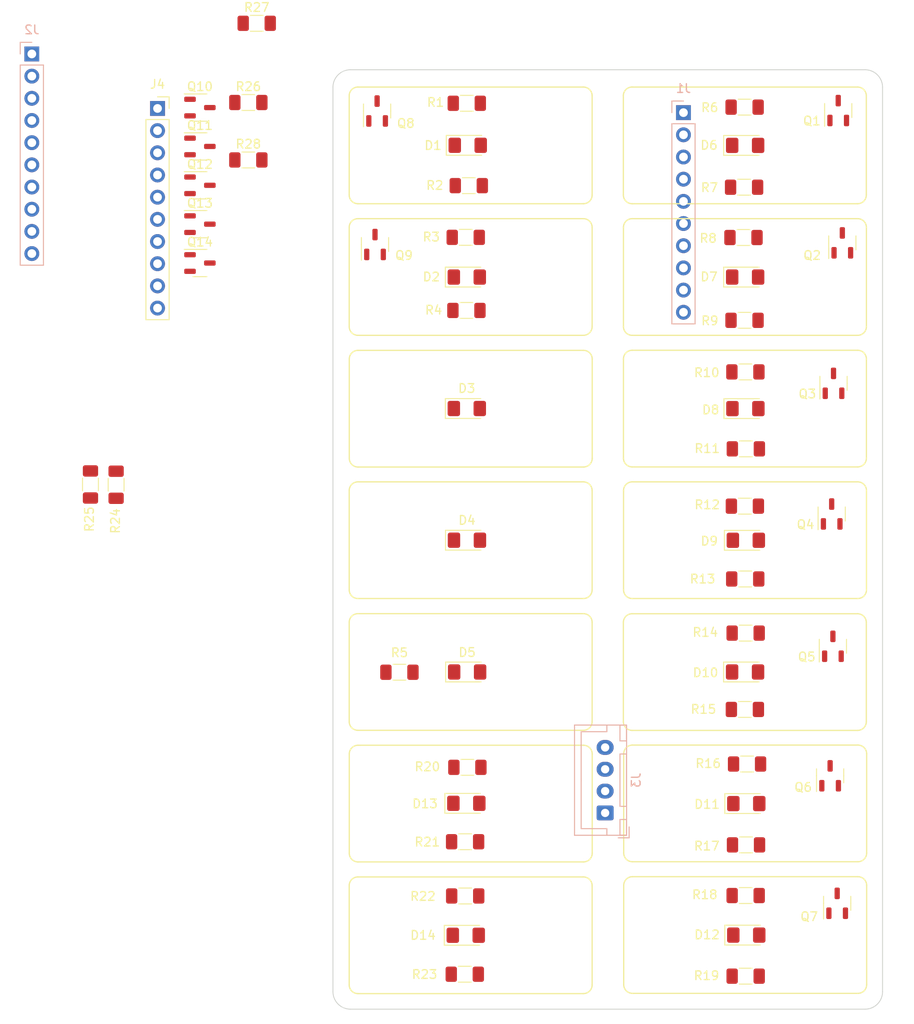
<source format=kicad_pcb>
(kicad_pcb (version 20221018) (generator pcbnew)
  (layers (0 "F.Cu" signal) (31 "B.Cu" signal) (34 "B.Paste" user) (35 "F.Paste" user) (36 "B.SilkS" user "B.Silkscreen") (37 "F.SilkS" user "F.Silkscreen") (38 "B.Mask" user) (39 "F.Mask" user) (44 "Edge.Cuts" user))
  (net 0 "")
  (net 1 "+5V")
  (net 2 "GND")
  (net 3 "Net-(Q10-B)")
  (net 4 "Net-(Q11-B)")
  (net 5 "Net-(Q12-B)")
  (net 6 "Net-(Q13-B)")
  (net 7 "SCK")
  (net 8 "Net-(D12-A)")
  (net 9 "No Att")
  (net 10 "Net-(D2-A)")
  (net 11 "STBY")
  (net 12 "Net-(D3-A)")
  (net 13 "Key Rel")
  (net 14 "Net-(D4-A)")
  (net 15 "Net-(D6-A)")
  (net 16 "Opr Err")
  (net 17 "Net-(D5-A)")
  (net 18 "Temp")
  (net 19 "Net-(Q1-B)")
  (net 20 "Net-(D7-A)")
  (net 21 "Gimbal Lock")
  (net 22 "Net-(Q2-B)")
  (net 23 "Net-(D8-A)")
  (net 24 "Prog")
  (net 25 "Net-(Q3-B)")
  (net 26 "Net-(D9-A)")
  (net 27 "Restart")
  (net 28 "Net-(Q4-B)")
  (net 29 "Net-(D10-A)")
  (net 30 "Tracker")
  (net 31 "Net-(Q5-B)")
  (net 32 "Net-(D11-A)")
  (net 33 "Alt")
  (net 34 "Net-(Q6-B)")
  (net 35 "Uplink")
  (net 36 "Net-(D1-A)")
  (net 37 "Vel")
  (net 38 "Net-(Q7-B)")
  (net 39 "SDA")
  (net 40 "Prio Disp")
  (net 41 "Net-(Q8-B)")
  (net 42 "Net-(Q14-B)")
  (net 43 "Net-(D1-K)")
  (net 44 "Net-(D2-K)")
  (net 45 "Net-(D3-K)")
  (net 46 "Net-(D4-K)")
  (net 47 "Net-(D5-K)")
  (net 48 "Net-(D6-K)")
  (net 49 "Net-(D7-K)")
  (net 50 "Net-(D8-K)")
  (net 51 "Net-(D9-K)")
  (net 52 "Net-(D11-K)")
  (net 53 "Net-(D12-K)")
  (net 54 "Net-(D10-K)")
  (net 61 "Net-(D13-A)")
  (net 62 "Net-(D14-A)")
  (net 63 "No Dap")
  (net 64 "Net-(Q9-B)")
  (net 65 "Net-(D13-K)")
  (net 66 "Net-(D14-K)")
  (footprint "AA_Footprints:SOT-23-3-BC" (layer "F.Cu") (at 113.12 41.44)
    (fp_text reference "Q11" (at 0 -2.4) (layer "F.SilkS"))
    (fp_text value "BC547")
    (pad "1" smd roundrect (at 1.1375 0) (size 1.325 0.6) (layers "F.Cu" "F.Paste" "F.Mask") (net 46 "Net-(D4-K)"))
    (pad "2" smd roundrect (at -1.1375 -0.95) (size 1.325 0.6) (layers "F.Cu" "F.Paste" "F.Mask") (net 4 "Net-(Q11-B)"))
    (pad "3" smd roundrect (at -1.1375 0.95) (size 1.325 0.6) (layers "F.Cu" "F.Paste" "F.Mask") (net 2 "GND"))
  )
  (footprint "LED_SMD:LED_1206_3216Metric_Pad1.42x1.75mm_HandSolder" (layer "F.Cu") (at 175.7 86.54)
    (fp_text reference "D9" (at -4.19 0.09) (layer "F.SilkS"))
    (fp_text value "Orange LED")
    (pad "1" smd roundrect (at -1.4875 0) (size 1.425 1.75) (layers "F.Cu" "F.Paste" "F.Mask") (roundrect_rratio 0.175439) (net 51 "Net-(D9-K)"))
    (pad "2" smd roundrect (at 1.4875 0) (size 1.425 1.75) (layers "F.Cu" "F.Paste" "F.Mask") (roundrect_rratio 0.175439) (net 26 "Net-(D9-A)"))
  )
  (footprint "AA_Footprints:SOT-23-3-BC" (layer "F.Cu") (at 133.43 37.3825 90)
    (fp_text reference "Q8" (at -1.4175 3.29 180) (layer "F.SilkS"))
    (fp_text value "BC547")
    (pad "1" smd roundrect (at 1.1375 0 90) (size 1.325 0.6) (layers "F.Cu" "F.Paste" "F.Mask") (net 43 "Net-(D1-K)"))
    (pad "2" smd roundrect (at -1.1375 -0.95 90) (size 1.325 0.6) (layers "F.Cu" "F.Paste" "F.Mask") (net 41 "Net-(Q8-B)"))
    (pad "3" smd roundrect (at -1.1375 0.95 90) (size 1.325 0.6) (layers "F.Cu" "F.Paste" "F.Mask") (net 2 "GND"))
  )
  (footprint "AA_Footprints:SOT-23-3-BC" (layer "F.Cu") (at 185.68 98.6775 90)
    (fp_text reference "Q5" (at -1.2125 -3 180) (layer "F.SilkS"))
    (fp_text value "BC547")
    (pad "1" smd roundrect (at 1.1375 0 90) (size 1.325 0.6) (layers "F.Cu" "F.Paste" "F.Mask") (net 54 "Net-(D10-K)"))
    (pad "2" smd roundrect (at -1.1375 -0.95 90) (size 1.325 0.6) (layers "F.Cu" "F.Paste" "F.Mask") (net 31 "Net-(Q5-B)"))
    (pad "3" smd roundrect (at -1.1375 0.95 90) (size 1.325 0.6) (layers "F.Cu" "F.Paste" "F.Mask") (net 2 "GND"))
  )
  (footprint "AA_Footprints:SOT-23-3-BC" (layer "F.Cu") (at 185.36 113.5075 90)
    (fp_text reference "Q6" (at -1.3125 -3.09 180) (layer "F.SilkS"))
    (fp_text value "BC547")
    (pad "1" smd roundrect (at 1.1375 0 90) (size 1.325 0.6) (layers "F.Cu" "F.Paste" "F.Mask") (net 52 "Net-(D11-K)"))
    (pad "2" smd roundrect (at -1.1375 -0.95 90) (size 1.325 0.6) (layers "F.Cu" "F.Paste" "F.Mask") (net 34 "Net-(Q6-B)"))
    (pad "3" smd roundrect (at -1.1375 0.95 90) (size 1.325 0.6) (layers "F.Cu" "F.Paste" "F.Mask") (net 2 "GND"))
  )
  (footprint "Resistor_SMD:R_1206_3216Metric_Pad1.30x1.75mm_HandSolder" (layer "F.Cu") (at 143.52 121.06)
    (fp_text reference "R21" (at -4.34 0.03) (layer "F.SilkS"))
    (fp_text value "220")
    (pad "1" smd roundrect (at -1.55 0) (size 1.3 1.75) (layers "F.Cu" "F.Paste" "F.Mask") (roundrect_rratio 0.192308) (net 1 "+5V"))
    (pad "2" smd roundrect (at 1.55 0) (size 1.3 1.75) (layers "F.Cu" "F.Paste" "F.Mask") (roundrect_rratio 0.192308) (net 14 "Net-(D4-A)"))
  )
  (footprint "AA_Footprints:SOT-23-3-BC" (layer "F.Cu") (at 186.76 52.4825 90)
    (fp_text reference "Q2" (at -1.4375 -3.46 180) (layer "F.SilkS"))
    (fp_text value "BC547")
    (pad "1" smd roundrect (at 1.1375 0 90) (size 1.325 0.6) (layers "F.Cu" "F.Paste" "F.Mask") (net 49 "Net-(D7-K)"))
    (pad "2" smd roundrect (at -1.1375 -0.95 90) (size 1.325 0.6) (layers "F.Cu" "F.Paste" "F.Mask") (net 22 "Net-(Q2-B)"))
    (pad "3" smd roundrect (at -1.1375 0.95 90) (size 1.325 0.6) (layers "F.Cu" "F.Paste" "F.Mask") (net 2 "GND"))
  )
  (footprint "LED_SMD:LED_1206_3216Metric_Pad1.42x1.75mm_HandSolder" (layer "F.Cu") (at 175.6125 101.62)
    (fp_text reference "D10" (at -4.5325 0.08) (layer "F.SilkS"))
    (fp_text value "Orange LED")
    (pad "1" smd roundrect (at -1.4875 0) (size 1.425 1.75) (layers "F.Cu" "F.Paste" "F.Mask") (roundrect_rratio 0.175439) (net 54 "Net-(D10-K)"))
    (pad "2" smd roundrect (at 1.4875 0) (size 1.425 1.75) (layers "F.Cu" "F.Paste" "F.Mask") (roundrect_rratio 0.175439) (net 29 "Net-(D10-A)"))
  )
  (footprint "Resistor_SMD:R_1206_3216Metric_Pad1.30x1.75mm_HandSolder" (layer "F.Cu") (at 143.78 112.54)
    (fp_text reference "R20" (at -4.59 -0.07) (layer "F.SilkS"))
    (fp_text value "10K")
    (pad "1" smd roundrect (at -1.55 0) (size 1.3 1.75) (layers "F.Cu" "F.Paste" "F.Mask") (roundrect_rratio 0.192308) (net 11 "STBY"))
    (pad "2" smd roundrect (at 1.55 0) (size 1.3 1.75) (layers "F.Cu" "F.Paste" "F.Mask") (roundrect_rratio 0.192308) (net 3 "Net-(Q10-B)"))
  )
  (footprint "Resistor_SMD:R_1206_3216Metric_Pad1.30x1.75mm_HandSolder" (layer "F.Cu") (at 175.68 97.17)
    (fp_text reference "R14" (at -4.63 -0.09) (layer "F.SilkS"))
    (fp_text value "68")
    (pad "1" smd roundrect (at -1.55 0) (size 1.3 1.75) (layers "F.Cu" "F.Paste" "F.Mask") (roundrect_rratio 0.192308) (net 1 "+5V"))
    (pad "2" smd roundrect (at 1.55 0) (size 1.3 1.75) (layers "F.Cu" "F.Paste" "F.Mask") (roundrect_rratio 0.192308) (net 29 "Net-(D10-A)"))
  )
  (footprint "Resistor_SMD:R_1206_3216Metric_Pad1.30x1.75mm_HandSolder" (layer "F.Cu") (at 175.59 105.91)
    (fp_text reference "R15" (at -4.75 -0.02) (layer "F.SilkS"))
    (fp_text value "10K")
    (pad "1" smd roundrect (at -1.55 0) (size 1.3 1.75) (layers "F.Cu" "F.Paste" "F.Mask") (roundrect_rratio 0.192308) (net 30 "Tracker"))
    (pad "2" smd roundrect (at 1.55 0) (size 1.3 1.75) (layers "F.Cu" "F.Paste" "F.Mask") (roundrect_rratio 0.192308) (net 31 "Net-(Q5-B)"))
  )
  (footprint "LED_SMD:LED_1206_3216Metric_Pad1.42x1.75mm_HandSolder" (layer "F.Cu") (at 143.5925 131.77)
    (fp_text reference "D14" (at -4.9 0) (layer "F.SilkS"))
    (fp_text value "Orange LED")
    (pad "1" smd roundrect (at -1.4875 0) (size 1.425 1.75) (layers "F.Cu" "F.Paste" "F.Mask") (roundrect_rratio 0.175439) (net 66 "Net-(D14-K)"))
    (pad "2" smd roundrect (at 1.4875 0) (size 1.425 1.75) (layers "F.Cu" "F.Paste" "F.Mask") (roundrect_rratio 0.175439) (net 62 "Net-(D14-A)"))
  )
  (footprint "Resistor_SMD:R_1206_3216Metric_Pad1.30x1.75mm_HandSolder" (layer "F.Cu") (at 143.94 45.93 180)
    (fp_text reference "R2" (at 3.9 0.03) (layer "F.SilkS"))
    (fp_text value "10K")
    (pad "1" smd roundrect (at -1.55 0 180) (size 1.3 1.75) (layers "F.Cu" "F.Paste" "F.Mask") (roundrect_rratio 0.192308) (net 35 "Uplink"))
    (pad "2" smd roundrect (at 1.55 0 180) (size 1.3 1.75) (layers "F.Cu" "F.Paste" "F.Mask") (roundrect_rratio 0.192308) (net 41 "Net-(Q8-B)"))
  )
  (footprint "LED_SMD:LED_1206_3216Metric_Pad1.42x1.75mm_HandSolder" (layer "F.Cu") (at 143.7125 56.4)
    (fp_text reference "D2" (at -4.0625 -0.02) (layer "F.SilkS"))
    (fp_text value "White LED")
    (pad "1" smd roundrect (at -1.4875 0) (size 1.425 1.75) (layers "F.Cu" "F.Paste" "F.Mask") (roundrect_rratio 0.175439) (net 44 "Net-(D2-K)"))
    (pad "2" smd roundrect (at 1.4875 0) (size 1.425 1.75) (layers "F.Cu" "F.Paste" "F.Mask") (roundrect_rratio 0.175439) (net 10 "Net-(D2-A)"))
  )
  (footprint "LED_SMD:LED_1206_3216Metric_Pad1.42x1.75mm_HandSolder" (layer "F.Cu") (at 143.82 41.31)
    (fp_text reference "D1" (at -3.98 0.02) (layer "F.SilkS"))
    (fp_text value "White LED")
    (pad "1" smd roundrect (at -1.4875 0) (size 1.425 1.75) (layers "F.Cu" "F.Paste" "F.Mask") (roundrect_rratio 0.175439) (net 43 "Net-(D1-K)"))
    (pad "2" smd roundrect (at 1.4875 0) (size 1.425 1.75) (layers "F.Cu" "F.Paste" "F.Mask") (roundrect_rratio 0.175439) (net 36 "Net-(D1-A)"))
  )
  (footprint "LED_SMD:LED_1206_3216Metric_Pad1.42x1.75mm_HandSolder" (layer "F.Cu") (at 175.62 41.32)
    (fp_text reference "D6" (at -4.14 -0.02) (layer "F.SilkS"))
    (fp_text value "Orange LED")
    (pad "1" smd roundrect (at -1.4875 0) (size 1.425 1.75) (layers "F.Cu" "F.Paste" "F.Mask") (roundrect_rratio 0.175439) (net 48 "Net-(D6-K)"))
    (pad "2" smd roundrect (at 1.4875 0) (size 1.425 1.75) (layers "F.Cu" "F.Paste" "F.Mask") (roundrect_rratio 0.175439) (net 15 "Net-(D6-A)"))
  )
  (footprint "Resistor_SMD:R_1206_3216Metric_Pad1.30x1.75mm_HandSolder" (layer "F.Cu") (at 175.56 36.94)
    (fp_text reference "R6" (at -4 0.05) (layer "F.SilkS"))
    (fp_text value "68")
    (pad "1" smd roundrect (at -1.55 0) (size 1.3 1.75) (layers "F.Cu" "F.Paste" "F.Mask") (roundrect_rratio 0.192308) (net 1 "+5V"))
    (pad "2" smd roundrect (at 1.55 0) (size 1.3 1.75) (layers "F.Cu" "F.Paste" "F.Mask") (roundrect_rratio 0.192308) (net 15 "Net-(D6-A)"))
  )
  (footprint "Resistor_SMD:R_1206_3216Metric_Pad1.30x1.75mm_HandSolder" (layer "F.Cu") (at 135.99 101.65)
    (fp_text reference "R5" (at 0 -2.24) (layer "F.SilkS"))
    (fp_text value "220")
    (pad "1" smd roundrect (at -1.55 0) (size 1.3 1.75) (layers "F.Cu" "F.Paste" "F.Mask") (roundrect_rratio 0.192308) (net 1 "+5V"))
    (pad "2" smd roundrect (at 1.55 0) (size 1.3 1.75) (layers "F.Cu" "F.Paste" "F.Mask") (roundrect_rratio 0.192308) (net 12 "Net-(D3-A)"))
  )
  (footprint "Resistor_SMD:R_1206_3216Metric_Pad1.30x1.75mm_HandSolder" (layer "F.Cu") (at 175.84 112.16)
    (fp_text reference "R16" (at -4.46 -0.06) (layer "F.SilkS"))
    (fp_text value "68")
    (pad "1" smd roundrect (at -1.55 0) (size 1.3 1.75) (layers "F.Cu" "F.Paste" "F.Mask") (roundrect_rratio 0.192308) (net 1 "+5V"))
    (pad "2" smd roundrect (at 1.55 0) (size 1.3 1.75) (layers "F.Cu" "F.Paste" "F.Mask") (roundrect_rratio 0.192308) (net 32 "Net-(D11-A)"))
  )
  (footprint "AA_Footprints:SOT-23-3-BC" (layer "F.Cu") (at 133.19 52.67 90)
    (fp_text reference "Q9" (at -1.25 3.32 180) (layer "F.SilkS"))
    (fp_text value "BC547")
    (pad "1" smd roundrect (at 1.1375 0 90) (size 1.325 0.6) (layers "F.Cu" "F.Paste" "F.Mask") (net 44 "Net-(D2-K)"))
    (pad "2" smd roundrect (at -1.1375 -0.95 90) (size 1.325 0.6) (layers "F.Cu" "F.Paste" "F.Mask") (net 64 "Net-(Q9-B)"))
    (pad "3" smd roundrect (at -1.1375 0.95 90) (size 1.325 0.6) (layers "F.Cu" "F.Paste" "F.Mask") (net 2 "GND"))
  )
  (footprint "Resistor_SMD:R_1206_3216Metric_Pad1.30x1.75mm_HandSolder" (layer "F.Cu") (at 175.55 61.35)
    (fp_text reference "R9" (at -3.98 0.05) (layer "F.SilkS"))
    (fp_text value "10K")
    (pad "1" smd roundrect (at -1.55 0) (size 1.3 1.75) (layers "F.Cu" "F.Paste" "F.Mask") (roundrect_rratio 0.192308) (net 21 "Gimbal Lock"))
    (pad "2" smd roundrect (at 1.55 0) (size 1.3 1.75) (layers "F.Cu" "F.Paste" "F.Mask") (roundrect_rratio 0.192308) (net 22 "Net-(Q2-B)"))
  )
  (footprint "LED_SMD:LED_1206_3216Metric_Pad1.42x1.75mm_HandSolder" (layer "F.Cu") (at 175.7525 116.69)
    (fp_text reference "D11" (at -4.5025 0.08) (layer "F.SilkS"))
    (fp_text value "Orange LED")
    (pad "1" smd roundrect (at -1.4875 0) (size 1.425 1.75) (layers "F.Cu" "F.Paste" "F.Mask") (roundrect_rratio 0.175439) (net 52 "Net-(D11-K)"))
    (pad "2" smd roundrect (at 1.4875 0) (size 1.425 1.75) (layers "F.Cu" "F.Paste" "F.Mask") (roundrect_rratio 0.175439) (net 32 "Net-(D11-A)"))
  )
  (footprint "Connector_PinSocket_2.54mm:PinSocket_1x10_P2.54mm_Vertical" (layer "F.Cu") (at 108.26 37.09)
    (fp_text reference "J4" (at 0 -2.77) (layer "F.SilkS"))
    (fp_text value "PinsBottom")
    (pad "1" thru_hole rect (at 0 0) (size 1.7 1.7) (drill 1) (layers "*.Cu" "*.Mask"))
    (pad "2" thru_hole oval (at 0 2.54) (size 1.7 1.7) (drill 1) (layers "*.Cu" "*.Mask") (net 7 "SCK"))
    (pad "3" thru_hole oval (at 0 5.08) (size 1.7 1.7) (drill 1) (layers "*.Cu" "*.Mask") (net 39 "SDA"))
    (pad "4" thru_hole oval (at 0 7.62) (size 1.7 1.7) (drill 1) (layers "*.Cu" "*.Mask") (net 1 "+5V"))
    (pad "5" thru_hole oval (at 0 10.16) (size 1.7 1.7) (drill 1) (layers "*.Cu" "*.Mask") (net 2 "GND"))
    (pad "6" thru_hole oval (at 0 12.7) (size 1.7 1.7) (drill 1) (layers "*.Cu" "*.Mask"))
    (pad "7" thru_hole oval (at 0 15.24) (size 1.7 1.7) (drill 1) (layers "*.Cu" "*.Mask"))
    (pad "8" thru_hole oval (at 0 17.78) (size 1.7 1.7) (drill 1) (layers "*.Cu" "*.Mask"))
    (pad "9" thru_hole oval (at 0 20.32) (size 1.7 1.7) (drill 1) (layers "*.Cu" "*.Mask"))
    (pad "10" thru_hole oval (at 0 22.86) (size 1.7 1.7) (drill 1) (layers "*.Cu" "*.Mask"))
  )
  (footprint "AA_Footprints:SOT-23-3-BC" (layer "F.Cu") (at 113.12 54.79)
    (fp_text reference "Q14" (at 0 -2.4) (layer "F.SilkS"))
    (fp_text value "BC547")
    (pad "1" smd roundrect (at 1.1375 0) (size 1.325 0.6) (layers "F.Cu" "F.Paste" "F.Mask") (net 66 "Net-(D14-K)"))
    (pad "2" smd roundrect (at -1.1375 -0.95) (size 1.325 0.6) (layers "F.Cu" "F.Paste" "F.Mask") (net 42 "Net-(Q14-B)"))
    (pad "3" smd roundrect (at -1.1375 0.95) (size 1.325 0.6) (layers "F.Cu" "F.Paste" "F.Mask") (net 2 "GND"))
  )
  (footprint "Resistor_SMD:R_1206_3216Metric_Pad1.30x1.75mm_HandSolder" (layer "F.Cu") (at 175.65 67.26)
    (fp_text reference "R10" (at -4.43 0.08) (layer "F.SilkS"))
    (fp_text value "68")
    (pad "1" smd roundrect (at -1.55 0) (size 1.3 1.75) (layers "F.Cu" "F.Paste" "F.Mask") (roundrect_rratio 0.192308) (net 1 "+5V"))
    (pad "2" smd roundrect (at 1.55 0) (size 1.3 1.75) (layers "F.Cu" "F.Paste" "F.Mask") (roundrect_rratio 0.192308) (net 23 "Net-(D8-A)"))
  )
  (footprint "Resistor_SMD:R_1206_3216Metric_Pad1.30x1.75mm_HandSolder" (layer "F.Cu") (at 175.5 46.11)
    (fp_text reference "R7" (at -3.97 0.04) (layer "F.SilkS"))
    (fp_text value "10K")
    (pad "1" smd roundrect (at -1.55 0) (size 1.3 1.75) (layers "F.Cu" "F.Paste" "F.Mask") (roundrect_rratio 0.192308) (net 18 "Temp"))
    (pad "2" smd roundrect (at 1.55 0) (size 1.3 1.75) (layers "F.Cu" "F.Paste" "F.Mask") (roundrect_rratio 0.192308) (net 19 "Net-(Q1-B)"))
  )
  (footprint "Resistor_SMD:R_1206_3216Metric_Pad1.30x1.75mm_HandSolder" (layer "F.Cu") (at 103.51238 80.18 90)
    (fp_text reference "R24" (at -4.15 -0.08 90) (layer "F.SilkS"))
    (fp_text value "10K")
    (pad "1" smd roundrect (at -1.55 0 90) (size 1.3 1.75) (layers "F.Cu" "F.Paste" "F.Mask") (roundrect_rratio 0.192308) (net 16 "Opr Err"))
    (pad "2" smd roundrect (at 1.55 0 90) (size 1.3 1.75) (layers "F.Cu" "F.Paste" "F.Mask") (roundrect_rratio 0.192308) (net 5 "Net-(Q12-B)"))
  )
  (footprint "LED_SMD:LED_1206_3216Metric_Pad1.42x1.75mm_HandSolder" (layer "F.Cu") (at 143.66 116.66)
    (fp_text reference "D13" (at -4.74 0.05) (layer "F.SilkS"))
    (fp_text value "Orange LED")
    (pad "1" smd roundrect (at -1.4875 0) (size 1.425 1.75) (layers "F.Cu" "F.Paste" "F.Mask") (roundrect_rratio 0.175439) (net 65 "Net-(D13-K)"))
    (pad "2" smd roundrect (at 1.4875 0) (size 1.425 1.75) (layers "F.Cu" "F.Paste" "F.Mask") (roundrect_rratio 0.175439) (net 61 "Net-(D13-A)"))
  )
  (footprint "AA_Footprints:SOT-23-3-BC" (layer "F.Cu") (at 186.29 37.33 90)
    (fp_text reference "Q1" (at -1.1925 -3.02 180) (layer "F.SilkS"))
    (fp_text value "BC547")
    (pad "1" smd roundrect (at 1.1375 0 90) (size 1.325 0.6) (layers "F.Cu" "F.Paste" "F.Mask") (net 48 "Net-(D6-K)"))
    (pad "2" smd roundrect (at -1.1375 -0.95 90) (size 1.325 0.6) (layers "F.Cu" "F.Paste" "F.Mask") (net 19 "Net-(Q1-B)"))
    (pad "3" smd roundrect (at -1.1375 0.95 90) (size 1.325 0.6) (layers "F.Cu" "F.Paste" "F.Mask") (net 2 "GND"))
  )
  (footprint "Resistor_SMD:R_1206_3216Metric_Pad1.30x1.75mm_HandSolder" (layer "F.Cu") (at 175.59 82.63)
    (fp_text reference "R12" (at -4.32 -0.16) (layer "F.SilkS"))
    (fp_text value "68")
    (pad "1" smd roundrect (at -1.55 0) (size 1.3 1.75) (layers "F.Cu" "F.Paste" "F.Mask") (roundrect_rratio 0.192308) (net 1 "+5V"))
    (pad "2" smd roundrect (at 1.55 0) (size 1.3 1.75) (layers "F.Cu" "F.Paste" "F.Mask") (roundrect_rratio 0.192308) (net 26 "Net-(D9-A)"))
  )
  (footprint "Resistor_SMD:R_1206_3216Metric_Pad1.30x1.75mm_HandSolder" (layer "F.Cu") (at 143.59 51.85 180)
    (fp_text reference "R3" (at 3.95 0.04) (layer "F.SilkS"))
    (fp_text value "220")
    (pad "1" smd roundrect (at -1.55 0 180) (size 1.3 1.75) (layers "F.Cu" "F.Paste" "F.Mask") (roundrect_rratio 0.192308) (net 1 "+5V"))
    (pad "2" smd roundrect (at 1.55 0 180) (size 1.3 1.75) (layers "F.Cu" "F.Paste" "F.Mask") (roundrect_rratio 0.192308) (net 10 "Net-(D2-A)"))
  )
  (footprint "Resistor_SMD:R_1206_3216Metric_Pad1.30x1.75mm_HandSolder" (layer "F.Cu") (at 143.67 60.22 180)
    (fp_text reference "R4" (at 3.76 0.04) (layer "F.SilkS"))
    (fp_text value "10K")
    (pad "1" smd roundrect (at -1.55 0 180) (size 1.3 1.75) (layers "F.Cu" "F.Paste" "F.Mask") (roundrect_rratio 0.192308) (net 9 "No Att"))
    (pad "2" smd roundrect (at 1.55 0 180) (size 1.3 1.75) (layers "F.Cu" "F.Paste" "F.Mask") (roundrect_rratio 0.192308) (net 64 "Net-(Q9-B)"))
  )
  (footprint "AA_Footprints:SOT-23-3-BC" (layer "F.Cu") (at 185.75 68.5675 90)
    (fp_text reference "Q3" (at -1.2125 -3 180) (layer "F.SilkS"))
    (fp_text value "BC547")
    (pad "1" smd roundrect (at 1.1375 0 90) (size 1.325 0.6) (layers "F.Cu" "F.Paste" "F.Mask") (net 50 "Net-(D8-K)"))
    (pad "2" smd roundrect (at -1.1375 -0.95 90) (size 1.325 0.6) (layers "F.Cu" "F.Paste" "F.Mask") (net 25 "Net-(Q3-B)"))
    (pad "3" smd roundrect (at -1.1375 0.95 90) (size 1.325 0.6) (layers "F.Cu" "F.Paste" "F.Mask") (net 2 "GND"))
  )
  (footprint "AA_Footprints:SOT-23-3-BC" (layer "F.Cu") (at 113.12 45.89)
    (fp_text reference "Q12" (at 0 -2.4) (layer "F.SilkS"))
    (fp_text value "BC547")
    (pad "1" smd roundrect (at 1.1375 0) (size 1.325 0.6) (layers "F.Cu" "F.Paste" "F.Mask") (net 47 "Net-(D5-K)"))
    (pad "2" smd roundrect (at -1.1375 -0.95) (size 1.325 0.6) (layers "F.Cu" "F.Paste" "F.Mask") (net 5 "Net-(Q12-B)"))
    (pad "3" smd roundrect (at -1.1375 0.95) (size 1.325 0.6) (layers "F.Cu" "F.Paste" "F.Mask") (net 2 "GND"))
  )
  (footprint "Resistor_SMD:R_1206_3216Metric_Pad1.30x1.75mm_HandSolder" (layer "F.Cu") (at 175.7 76.07)
    (fp_text reference "R11" (at -4.43 -0.04) (layer "F.SilkS"))
    (fp_text value "10K")
    (pad "1" smd roundrect (at -1.55 0) (size 1.3 1.75) (layers "F.Cu" "F.Paste" "F.Mask") (roundrect_rratio 0.192308) (net 24 "Prog"))
    (pad "2" smd roundrect (at 1.55 0) (size 1.3 1.75) (layers "F.Cu" "F.Paste" "F.Mask") (roundrect_rratio 0.192308) (net 25 "Net-(Q3-B)"))
  )
  (footprint "Resistor_SMD:R_1206_3216Metric_Pad1.30x1.75mm_HandSolder" (layer "F.Cu") (at 175.68 127.22)
    (fp_text reference "R18" (at -4.69 -0.1) (layer "F.SilkS"))
    (fp_text value "68")
    (pad "1" smd roundrect (at -1.55 0) (size 1.3 1.75) (layers "F.Cu" "F.Paste" "F.Mask") (roundrect_rratio 0.192308) (net 1 "+5V"))
    (pad "2" smd roundrect (at 1.55 0) (size 1.3 1.75) (layers "F.Cu" "F.Paste" "F.Mask") (roundrect_rratio 0.192308) (net 8 "Net-(D12-A)"))
  )
  (footprint "LED_SMD:LED_1206_3216Metric_Pad1.42x1.75mm_HandSolder" (layer "F.Cu") (at 175.62 56.4)
    (fp_text reference "D7" (at -4.14 -0.03) (layer "F.SilkS"))
    (fp_text value "Orange LED")
    (pad "1" smd roundrect (at -1.4875 0) (size 1.425 1.75) (layers "F.Cu" "F.Paste" "F.Mask") (roundrect_rratio 0.175439) (net 49 "Net-(D7-K)"))
    (pad "2" smd roundrect (at 1.4875 0) (size 1.425 1.75) (layers "F.Cu" "F.Paste" "F.Mask") (roundrect_rratio 0.175439) (net 20 "Net-(D7-A)"))
  )
  (footprint "Resistor_SMD:R_1206_3216Metric_Pad1.30x1.75mm_HandSolder" (layer "F.Cu") (at 143.71 36.5 180)
    (fp_text reference "R1" (at 3.58 0.11) (layer "F.SilkS"))
    (fp_text value "220")
    (pad "1" smd roundrect (at -1.55 0 180) (size 1.3 1.75) (layers "F.Cu" "F.Paste" "F.Mask") (roundrect_rratio 0.192308) (net 1 "+5V"))
    (pad "2" smd roundrect (at 1.55 0 180) (size 1.3 1.75) (layers "F.Cu" "F.Paste" "F.Mask") (roundrect_rratio 0.192308) (net 36 "Net-(D1-A)"))
  )
  (footprint "LED_SMD:LED_1206_3216Metric_Pad1.42x1.75mm_HandSolder" (layer "F.Cu") (at 143.75 101.62)
    (fp_text reference "D5" (at 0 -2.24) (layer "F.SilkS"))
    (fp_text value "White LED")
    (pad "1" smd roundrect (at -1.4875 0) (size 1.425 1.75) (layers "F.Cu" "F.Paste" "F.Mask") (roundrect_rratio 0.175439) (net 47 "Net-(D5-K)"))
    (pad "2" smd roundrect (at 1.4875 0) (size 1.425 1.75) (layers "F.Cu" "F.Paste" "F.Mask") (roundrect_rratio 0.175439) (net 17 "Net-(D5-A)"))
  )
  (footprint "AA_Footprints:SOT-23-3-BC" (layer "F.Cu") (at 186.17 128.11 90)
    (fp_text reference "Q7" (at -1.5225 -3.21 180) (layer "F.SilkS"))
    (fp_text value "BC547")
    (pad "1" smd roundrect (at 1.1375 0 90) (size 1.325 0.6) (layers "F.Cu" "F.Paste" "F.Mask") (net 53 "Net-(D12-K)"))
    (pad "2" smd roundrect (at -1.1375 -0.95 90) (size 1.325 0.6) (layers "F.Cu" "F.Paste" "F.Mask") (net 38 "Net-(Q7-B)"))
    (pad "3" smd roundrect (at -1.1375 0.95 90) (size 1.325 0.6) (layers "F.Cu" "F.Paste" "F.Mask") (net 2 "GND"))
  )
  (footprint "Resistor_SMD:R_1206_3216Metric_Pad1.30x1.75mm_HandSolder" (layer "F.Cu") (at 143.48 136.23)
    (fp_text reference "R23" (at -4.61 0.02) (layer "F.SilkS"))
    (fp_text value "220")
    (pad "1" smd roundrect (at -1.55 0) (size 1.3 1.75) (layers "F.Cu" "F.Paste" "F.Mask") (roundrect_rratio 0.192308) (net 1 "+5V"))
    (pad "2" smd roundrect (at 1.55 0) (size 1.3 1.75) (layers "F.Cu" "F.Paste" "F.Mask") (roundrect_rratio 0.192308) (net 17 "Net-(D5-A)"))
  )
  (footprint "Resistor_SMD:R_1206_3216Metric_Pad1.30x1.75mm_HandSolder" (layer "F.Cu") (at 175.43 51.87)
    (fp_text reference "R8" (at -4.05 0.09) (layer "F.SilkS"))
    (fp_text value "68")
    (pad "1" smd roundrect (at -1.55 0) (size 1.3 1.75) (layers "F.Cu" "F.Paste" "F.Mask") (roundrect_rratio 0.192308) (net 1 "+5V"))
    (pad "2" smd roundrect (at 1.55 0) (size 1.3 1.75) (layers "F.Cu" "F.Paste" "F.Mask") (roundrect_rratio 0.192308) (net 20 "Net-(D7-A)"))
  )
  (footprint "Resistor_SMD:R_1206_3216Metric_Pad1.30x1.75mm_HandSolder" (layer "F.Cu") (at 175.68 136.45)
    (fp_text reference "R19" (at -4.49 -0.06) (layer "F.SilkS"))
    (fp_text value "10K")
    (pad "1" smd roundrect (at -1.55 0) (size 1.3 1.75) (layers "F.Cu" "F.Paste" "F.Mask") (roundrect_rratio 0.192308) (net 37 "Vel"))
    (pad "2" smd roundrect (at 1.55 0) (size 1.3 1.75) (layers "F.Cu" "F.Paste" "F.Mask") (roundrect_rratio 0.192308) (net 38 "Net-(Q7-B)"))
  )
  (footprint "LED_SMD:LED_1206_3216Metric_Pad1.42x1.75mm_HandSolder" (layer "F.Cu") (at 143.73 86.53)
    (fp_text reference "D4" (at 0 -2.28) (layer "F.SilkS"))
    (fp_text value "White LED")
    (pad "1" smd roundrect (at -1.4875 0) (size 1.425 1.75) (layers "F.Cu" "F.Paste" "F.Mask") (roundrect_rratio 0.175439) (net 46 "Net-(D4-K)"))
    (pad "2" smd roundrect (at 1.4875 0) (size 1.425 1.75) (layers "F.Cu" "F.Paste" "F.Mask") (roundrect_rratio 0.175439) (net 14 "Net-(D4-A)"))
  )
  (footprint "Resistor_SMD:R_1206_3216Metric_Pad1.30x1.75mm_HandSolder" (layer "F.Cu") (at 175.72 121.42)
    (fp_text reference "R17" (at -4.5 0.13) (layer "F.SilkS"))
    (fp_text value "10K")
    (pad "1" smd roundrect (at -1.55 0) (size 1.3 1.75) (layers "F.Cu" "F.Paste" "F.Mask") (roundrect_rratio 0.192308) (net 33 "Alt"))
    (pad "2" smd roundrect (at 1.55 0) (size 1.3 1.75) (layers "F.Cu" "F.Paste" "F.Mask") (roundrect_rratio 0.192308) (net 34 "Net-(Q6-B)"))
  )
  (footprint "Resistor_SMD:R_1206_3216Metric_Pad1.30x1.75mm_HandSolder" (layer "F.Cu") (at 118.67 42.99)
    (fp_text reference "R28" (at 0 -1.82) (layer "F.SilkS"))
    (fp_text value "10K")
    (pad "1" smd roundrect (at -1.55 0) (size 1.3 1.75) (layers "F.Cu" "F.Paste" "F.Mask") (roundrect_rratio 0.192308) (net 40 "Prio Disp"))
    (pad "2" smd roundrect (at 1.55 0) (size 1.3 1.75) (layers "F.Cu" "F.Paste" "F.Mask") (roundrect_rratio 0.192308) (net 42 "Net-(Q14-B)"))
  )
  (footprint "AA_Footprints:SOT-23-3-BC" (layer "F.Cu") (at 185.54 83.5275 90)
    (fp_text reference "Q4" (at -1.2125 -3 180) (layer "F.SilkS"))
    (fp_text value "BC547")
    (pad "1" smd roundrect (at 1.1375 0 90) (size 1.325 0.6) (layers "F.Cu" "F.Paste" "F.Mask") (net 51 "Net-(D9-K)"))
    (pad "2" smd roundrect (at -1.1375 -0.95 90) (size 1.325 0.6) (layers "F.Cu" "F.Paste" "F.Mask") (net 28 "Net-(Q4-B)"))
    (pad "3" smd roundrect (at -1.1375 0.95 90) (size 1.325 0.6) (layers "F.Cu" "F.Paste" "F.Mask") (net 2 "GND"))
  )
  (footprint "Resistor_SMD:R_1206_3216Metric_Pad1.30x1.75mm_HandSolder" (layer "F.Cu") (at 118.67 36.41)
    (fp_text reference "R26" (at 0 -1.82) (layer "F.SilkS"))
    (fp_text value "10K")
    (pad "1" smd roundrect (at -1.55 0) (size 1.3 1.75) (layers "F.Cu" "F.Paste" "F.Mask") (roundrect_rratio 0.192308) (net 63 "No Dap"))
    (pad "2" smd roundrect (at 1.55 0) (size 1.3 1.75) (layers "F.Cu" "F.Paste" "F.Mask") (roundrect_rratio 0.192308) (net 6 "Net-(Q13-B)"))
  )
  (footprint "Resistor_SMD:R_1206_3216Metric_Pad1.30x1.75mm_HandSolder" (layer "F.Cu") (at 119.63 27.34)
    (fp_text reference "R27" (at 0 -1.82) (layer "F.SilkS"))
    (fp_text value "68")
    (pad "1" smd roundrect (at -1.55 0) (size 1.3 1.75) (layers "F.Cu" "F.Paste" "F.Mask") (roundrect_rratio 0.192308) (net 1 "+5V"))
    (pad "2" smd roundrect (at 1.55 0) (size 1.3 1.75) (layers "F.Cu" "F.Paste" "F.Mask") (roundrect_rratio 0.192308) (net 62 "Net-(D14-A)"))
  )
  (footprint "LED_SMD:LED_1206_3216Metric_Pad1.42x1.75mm_HandSolder" (layer "F.Cu") (at 175.65 71.46)
    (fp_text reference "D8" (at -3.98 0.14) (layer "F.SilkS"))
    (fp_text value "Orange LED")
    (pad "1" smd roundrect (at -1.4875 0) (size 1.425 1.75) (layers "F.Cu" "F.Paste" "F.Mask") (roundrect_rratio 0.175439) (net 50 "Net-(D8-K)"))
    (pad "2" smd roundrect (at 1.4875 0) (size 1.425 1.75) (layers "F.Cu" "F.Paste" "F.Mask") (roundrect_rratio 0.175439) (net 23 "Net-(D8-A)"))
  )
  (footprint "Resistor_SMD:R_1206_3216Metric_Pad1.30x1.75mm_HandSolder" (layer "F.Cu") (at 100.57238 80.15 90)
    (fp_text reference "R25" (at -3.98 -0.13 90) (layer "F.SilkS"))
    (fp_text value "68")
    (pad "1" smd roundrect (at -1.55 0 90) (size 1.3 1.75) (layers "F.Cu" "F.Paste" "F.Mask") (roundrect_rratio 0.192308) (net 1 "+5V"))
    (pad "2" smd roundrect (at 1.55 0 90) (size 1.3 1.75) (layers "F.Cu" "F.Paste" "F.Mask") (roundrect_rratio 0.192308) (net 61 "Net-(D13-A)"))
  )
  (footprint "AA_Footprints:SOT-23-3-BC" (layer "F.Cu") (at 113.12 36.99)
    (fp_text reference "Q10" (at 0 -2.4) (layer "F.SilkS"))
    (fp_text value "BC547")
    (pad "1" smd roundrect (at 1.1375 0) (size 1.325 0.6) (layers "F.Cu" "F.Paste" "F.Mask") (net 45 "Net-(D3-K)"))
    (pad "2" smd roundrect (at -1.1375 -0.95) (size 1.325 0.6) (layers "F.Cu" "F.Paste" "F.Mask") (net 3 "Net-(Q10-B)"))
    (pad "3" smd roundrect (at -1.1375 0.95) (size 1.325 0.6) (layers "F.Cu" "F.Paste" "F.Mask") (net 2 "GND"))
  )
  (footprint "Resistor_SMD:R_1206_3216Metric_Pad1.30x1.75mm_HandSolder" (layer "F.Cu") (at 143.53 127.27)
    (fp_text reference "R22" (at -4.85 0.04) (layer "F.SilkS"))
    (fp_text value "10K")
    (pad "1" smd roundrect (at -1.55 0) (size 1.3 1.75) (layers "F.Cu" "F.Paste" "F.Mask") (roundrect_rratio 0.192308) (net 13 "Key Rel"))
    (pad "2" smd roundrect (at 1.55 0) (size 1.3 1.75) (layers "F.Cu" "F.Paste" "F.Mask") (roundrect_rratio 0.192308) (net 4 "Net-(Q11-B)"))
  )
  (footprint "LED_SMD:LED_1206_3216Metric_Pad1.42x1.75mm_HandSolder" (layer "F.Cu") (at 175.75 131.75)
    (fp_text reference "D12" (at -4.5 -0.04) (layer "F.SilkS"))
    (fp_text value "Orange LED")
    (pad "1" smd roundrect (at -1.4875 0) (size 1.425 1.75) (layers "F.Cu" "F.Paste" "F.Mask") (roundrect_rratio 0.175439) (net 53 "Net-(D12-K)"))
    (pad "2" smd roundrect (at 1.4875 0) (size 1.425 1.75) (layers "F.Cu" "F.Paste" "F.Mask") (roundrect_rratio 0.175439) (net 8 "Net-(D12-A)"))
  )
  (footprint "LED_SMD:LED_1206_3216Metric_Pad1.42x1.75mm_HandSolder" (layer "F.Cu") (at 143.7125 71.45)
    (fp_text reference "D3" (at -0.01 -2.3) (layer "F.SilkS"))
    (fp_text value "White LED")
    (pad "1" smd roundrect (at -1.4875 0) (size 1.425 1.75) (layers "F.Cu" "F.Paste" "F.Mask") (roundrect_rratio 0.175439) (net 45 "Net-(D3-K)"))
    (pad "2" smd roundrect (at 1.4875 0) (size 1.425 1.75) (layers "F.Cu" "F.Paste" "F.Mask") (roundrect_rratio 0.175439) (net 12 "Net-(D3-A)"))
  )
  (footprint "AA_Footprints:SOT-23-3-BC" (layer "F.Cu") (at 113.12 50.34)
    (fp_text reference "Q13" (at 0 -2.4) (layer "F.SilkS"))
    (fp_text value "BC547")
    (pad "1" smd roundrect (at 1.1375 0) (size 1.325 0.6) (layers "F.Cu" "F.Paste" "F.Mask") (net 65 "Net-(D13-K)"))
    (pad "2" smd roundrect (at -1.1375 -0.95) (size 1.325 0.6) (layers "F.Cu" "F.Paste" "F.Mask") (net 6 "Net-(Q13-B)"))
    (pad "3" smd roundrect (at -1.1375 0.95) (size 1.325 0.6) (layers "F.Cu" "F.Paste" "F.Mask") (net 2 "GND"))
  )
  (footprint "Resistor_SMD:R_1206_3216Metric_Pad1.30x1.75mm_HandSolder" (layer "F.Cu") (at 175.63 90.97)
    (fp_text reference "R13" (at -4.89 0) (layer "F.SilkS"))
    (fp_text value "10K")
    (pad "1" smd roundrect (at -1.55 0) (size 1.3 1.75) (layers "F.Cu" "F.Paste" "F.Mask") (roundrect_rratio 0.192308) (net 27 "Restart"))
    (pad "2" smd roundrect (at 1.55 0) (size 1.3 1.75) (layers "F.Cu" "F.Paste" "F.Mask") (roundrect_rratio 0.192308) (net 28 "Net-(Q4-B)"))
  )
  (footprint "Connector_PinSocket_2.54mm:PinSocket_1x10_P2.54mm_Vertical" (layer "B.Cu") (at 93.85 30.85 180)
    (fp_text reference "J2" (at 0 2.77) (layer "B.SilkS") (effects (justify mirror)))
    (fp_text value "PinsRight")
    (pad "1" thru_hole rect (at 0 0 180) (size 1.7 1.7) (drill 1) (layers "*.Cu" "*.Mask") (net 18 "Temp"))
    (pad "2" thru_hole oval (at 0 -2.54 180) (size 1.7 1.7) (drill 1) (layers "*.Cu" "*.Mask") (net 21 "Gimbal Lock"))
    (pad "3" thru_hole oval (at 0 -5.08 180) (size 1.7 1.7) (drill 1) (layers "*.Cu" "*.Mask") (net 24 "Prog"))
    (pad "4" thru_hole oval (at 0 -7.62 180) (size 1.7 1.7) (drill 1) (layers "*.Cu" "*.Mask") (net 27 "Restart"))
    (pad "5" thru_hole oval (at 0 -10.16 180) (size 1.7 1.7) (drill 1) (layers "*.Cu" "*.Mask") (net 30 "Tracker"))
    (pad "6" thru_hole oval (at 0 -12.7 180) (size 1.7 1.7) (drill 1) (layers "*.Cu" "*.Mask") (net 33 "Alt"))
    (pad "7" thru_hole oval (at 0 -15.24 180) (size 1.7 1.7) (drill 1) (layers "*.Cu" "*.Mask") (net 37 "Vel"))
    (pad "8" thru_hole oval (at 0 -17.78 180) (size 1.7 1.7) (drill 1) (layers "*.Cu" "*.Mask"))
    (pad "9" thru_hole oval (at 0 -20.32 180) (size 1.7 1.7) (drill 1) (layers "*.Cu" "*.Mask"))
    (pad "10" thru_hole oval (at 0 -22.86 180) (size 1.7 1.7) (drill 1) (layers "*.Cu" "*.Mask"))
  )
  (footprint "Connector_JST:JST_XH_B4B-XH-A_1x04_P2.50mm_Vertical" (layer "B.Cu") (at 159.57 117.76 90)
    (fp_text reference "J3" (at 3.75 3.55 90) (layer "B.SilkS") (effects (justify mirror)))
    (fp_text value "JST")
    (pad "1" thru_hole roundrect (at 0 0 90) (size 1.7 1.95) (drill 0.95) (layers "*.Cu" "*.Mask") (roundrect_rratio 0.147059) (net 39 "SDA"))
    (pad "2" thru_hole oval (at 2.5 0 90) (size 1.7 1.95) (drill 0.95) (layers "*.Cu" "*.Mask") (net 7 "SCK"))
    (pad "3" thru_hole oval (at 5 0 90) (size 1.7 1.95) (drill 0.95) (layers "*.Cu" "*.Mask") (net 1 "+5V"))
    (pad "4" thru_hole oval (at 7.5 0 90) (size 1.7 1.95) (drill 0.95) (layers "*.Cu" "*.Mask") (net 2 "GND"))
  )
  (footprint "Connector_PinSocket_2.54mm:PinSocket_1x10_P2.54mm_Vertical" (layer "B.Cu") (at 168.55 37.57 180)
    (fp_text reference "J1" (at 0 2.77) (layer "B.SilkS") (effects (justify mirror)))
    (fp_text value "PinsLeft")
    (pad "1" thru_hole rect (at 0 0 180) (size 1.7 1.7) (drill 1) (layers "*.Cu" "*.Mask") (net 35 "Uplink"))
    (pad "2" thru_hole oval (at 0 -2.54 180) (size 1.7 1.7) (drill 1) (layers "*.Cu" "*.Mask") (net 9 "No Att"))
    (pad "3" thru_hole oval (at 0 -5.08 180) (size 1.7 1.7) (drill 1) (layers "*.Cu" "*.Mask") (net 11 "STBY"))
    (pad "4" thru_hole oval (at 0 -7.62 180) (size 1.7 1.7) (drill 1) (layers "*.Cu" "*.Mask") (net 13 "Key Rel"))
    (pad "5" thru_hole oval (at 0 -10.16 180) (size 1.7 1.7) (drill 1) (layers "*.Cu" "*.Mask") (net 16 "Opr Err"))
    (pad "6" thru_hole oval (at 0 -12.7 180) (size 1.7 1.7) (drill 1) (layers "*.Cu" "*.Mask") (net 63 "No Dap"))
    (pad "7" thru_hole oval (at 0 -15.24 180) (size 1.7 1.7) (drill 1) (layers "*.Cu" "*.Mask") (net 40 "Prio Disp"))
    (pad "8" thru_hole oval (at 0 -17.78 180) (size 1.7 1.7) (drill 1) (layers "*.Cu" "*.Mask"))
    (pad "9" thru_hole oval (at 0 -20.32 180) (size 1.7 1.7) (drill 1) (layers "*.Cu" "*.Mask"))
    (pad "10" thru_hole oval (at 0 -22.86 180) (size 1.7 1.7) (drill 1) (layers "*.Cu" "*.Mask") (net 2 "GND"))
  )
  (gr_line (start 189.55 110.99) (end 189.55 122.35) (stroke (width 0.15)) (layer "F.SilkS"))
  (gr_arc (start 162.68 93.21) (mid 161.972893 92.917107) (end 161.68 92.21) (stroke (width 0.15)) (layer "F.SilkS"))
  (gr_line (start 162.68 79.85) (end 188.53 79.85) (stroke (width 0.15)) (layer "F.SilkS"))
  (gr_line (start 158.08 95.94) (end 158.08 107.3) (stroke (width 0.15)) (layer "F.SilkS"))
  (gr_arc (start 161.67 50.71) (mid 161.962893 50.002893) (end 162.67 49.71) (stroke (width 0.15)) (layer "F.SilkS"))
  (gr_line (start 158.08 80.85) (end 158.08 92.21) (stroke (width 0.15)) (layer "F.SilkS"))
  (gr_arc (start 158.09 122.37) (mid 157.797107 123.077107) (end 157.09 123.37) (stroke (width 0.15)) (layer "F.SilkS"))
  (gr_arc (start 130.23 50.71) (mid 130.522893 50.002893) (end 131.23 49.71) (stroke (width 0.15)) (layer "F.SilkS"))
  (gr_arc (start 130.23 35.64) (mid 130.522893 34.932893) (end 131.23 34.64) (stroke (width 0.15)) (layer "F.SilkS"))
  (gr_arc (start 130.24 65.79) (mid 130.532893 65.082893) (end 131.24 64.79) (stroke (width 0.15)) (layer "F.SilkS"))
  (gr_line (start 189.55 126.06) (end 189.55 137.42) (stroke (width 0.15)) (layer "F.SilkS"))
  (gr_arc (start 189.55 122.35) (mid 189.257107 123.057107) (end 188.55 123.35) (stroke (width 0.15)) (layer "F.SilkS"))
  (gr_arc (start 162.66 108.31) (mid 161.952893 108.017107) (end 161.66 107.31) (stroke (width 0.15)) (layer "F.SilkS"))
  (gr_arc (start 157.08 125.09) (mid 157.787107 125.382893) (end 158.08 126.09) (stroke (width 0.15)) (layer "F.SilkS"))
  (gr_line (start 131.24 110.01) (end 157.09 110.01) (stroke (width 0.15)) (layer "F.SilkS"))
  (gr_arc (start 157.09 110.01) (mid 157.797107 110.302893) (end 158.09 111.01) (stroke (width 0.15)) (layer "F.SilkS"))
  (gr_line (start 188.52 78.14) (end 162.67 78.14) (stroke (width 0.15)) (layer "F.SilkS"))
  (gr_line (start 157.08 138.45) (end 131.23 138.45) (stroke (width 0.15)) (layer "F.SilkS"))
  (gr_line (start 188.55 123.35) (end 162.7 123.35) (stroke (width 0.15)) (layer "F.SilkS"))
  (gr_arc (start 131.23 93.21) (mid 130.522893 92.917107) (end 130.23 92.21) (stroke (width 0.15)) (layer "F.SilkS"))
  (gr_arc (start 189.52 62.07) (mid 189.227107 62.777107) (end 188.52 63.07) (stroke (width 0.15)) (layer "F.SilkS"))
  (gr_arc (start 162.7 123.35) (mid 161.992893 123.057107) (end 161.7 122.35) (stroke (width 0.15)) (layer "F.SilkS"))
  (gr_line (start 162.66 94.95) (end 188.51 94.95) (stroke (width 0.15)) (layer "F.SilkS"))
  (gr_line (start 158.09 111.01) (end 158.09 122.37) (stroke (width 0.15)) (layer "F.SilkS"))
  (gr_arc (start 131.23 48) (mid 130.522893 47.707107) (end 130.23 47) (stroke (width 0.15)) (layer "F.SilkS"))
  (gr_arc (start 131.23 108.3) (mid 130.522893 108.007107) (end 130.23 107.3) (stroke (width 0.15)) (layer "F.SilkS"))
  (gr_line (start 161.66 107.31) (end 161.66 95.95) (stroke (width 0.15)) (layer "F.SilkS"))
  (gr_arc (start 189.51 47) (mid 189.217107 47.707107) (end 188.51 48) (stroke (width 0.15)) (layer "F.SilkS"))
  (gr_line (start 158.08 50.71) (end 158.08 62.07) (stroke (width 0.15)) (layer "F.SilkS"))
  (gr_line (start 188.55 138.42) (end 162.7 138.42) (stroke (width 0.15)) (layer "F.SilkS"))
  (gr_line (start 162.7 125.06) (end 188.55 125.06) (stroke (width 0.15)) (layer "F.SilkS"))
  (gr_line (start 162.67 64.78) (end 188.52 64.78) (stroke (width 0.15)) (layer "F.SilkS"))
  (gr_line (start 188.51 108.31) (end 162.66 108.31) (stroke (width 0.15)) (layer "F.SilkS"))
  (gr_arc (start 188.52 64.78) (mid 189.227107 65.072893) (end 189.52 65.78) (stroke (width 0.15)) (layer "F.SilkS"))
  (gr_arc (start 161.7 110.99) (mid 161.992893 110.282893) (end 162.7 109.99) (stroke (width 0.15)) (layer "F.SilkS"))
  (gr_line (start 188.52 63.07) (end 162.67 63.07) (stroke (width 0.15)) (layer "F.SilkS"))
  (gr_line (start 162.7 109.99) (end 188.55 109.99) (stroke (width 0.15)) (layer "F.SilkS"))
  (gr_line (start 157.08 93.21) (end 131.23 93.21) (stroke (width 0.15)) (layer "F.SilkS"))
  (gr_line (start 158.09 65.79) (end 158.09 77.15) (stroke (width 0.15)) (layer "F.SilkS"))
  (gr_arc (start 131.24 78.15) (mid 130.532893 77.857107) (end 130.24 77.15) (stroke (width 0.15)) (layer "F.SilkS"))
  (gr_arc (start 188.51 94.95) (mid 189.217107 95.242893) (end 189.51 95.95) (stroke (width 0.15)) (layer "F.SilkS"))
  (gr_line (start 157.09 123.37) (end 131.24 123.37) (stroke (width 0.15)) (layer "F.SilkS"))
  (gr_line (start 131.23 94.94) (end 157.08 94.94) (stroke (width 0.15)) (layer "F.SilkS"))
  (gr_arc (start 188.55 109.99) (mid 189.257107 110.282893) (end 189.55 110.99) (stroke (width 0.15)) (layer "F.SilkS"))
  (gr_line (start 130.23 107.3) (end 130.23 95.94) (stroke (width 0.15)) (layer "F.SilkS"))
  (gr_line (start 189.51 95.95) (end 189.51 107.31) (stroke (width 0.15)) (layer "F.SilkS"))
  (gr_arc (start 130.23 126.09) (mid 130.522893 125.382893) (end 131.23 125.09) (stroke (width 0.15)) (layer "F.SilkS"))
  (gr_line (start 157.09 78.15) (end 131.24 78.15) (stroke (width 0.15)) (layer "F.SilkS"))
  (gr_arc (start 161.68 80.85) (mid 161.972893 80.142893) (end 162.68 79.85) (stroke (width 0.15)) (layer "F.SilkS"))
  (gr_arc (start 162.67 63.07) (mid 161.962893 62.777107) (end 161.67 62.07) (stroke (width 0.15)) (layer "F.SilkS"))
  (gr_arc (start 157.08 49.71) (mid 157.787107 50.002893) (end 158.08 50.71) (stroke (width 0.15)) (layer "F.SilkS"))
  (gr_line (start 130.24 122.37) (end 130.24 111.01) (stroke (width 0.15)) (layer "F.SilkS"))
  (gr_line (start 157.08 63.07) (end 131.23 63.07) (stroke (width 0.15)) (layer "F.SilkS"))
  (gr_arc (start 130.23 80.85) (mid 130.522893 80.142893) (end 131.23 79.85) (stroke (width 0.15)) (layer "F.SilkS"))
  (gr_line (start 131.23 34.64) (end 157.08 34.64) (stroke (width 0.15)) (layer "F.SilkS"))
  (gr_arc (start 162.67 78.14) (mid 161.962893 77.847107) (end 161.67 77.14) (stroke (width 0.15)) (layer "F.SilkS"))
  (gr_arc (start 157.08 79.85) (mid 157.787107 80.142893) (end 158.08 80.85) (stroke (width 0.15)) (layer "F.SilkS"))
  (gr_line (start 161.7 137.42) (end 161.7 126.06) (stroke (width 0.15)) (layer "F.SilkS"))
  (gr_arc (start 130.23 95.94) (mid 130.522893 95.232893) (end 131.23 94.94) (stroke (width 0.15)) (layer "F.SilkS"))
  (gr_arc (start 157.09 64.79) (mid 157.797107 65.082893) (end 158.09 65.79) (stroke (width 0.15)) (layer "F.SilkS"))
  (gr_arc (start 158.08 107.3) (mid 157.787107 108.007107) (end 157.08 108.3) (stroke (width 0.15)) (layer "F.SilkS"))
  (gr_arc (start 162.66 48) (mid 161.952893 47.707107) (end 161.66 47) (stroke (width 0.15)) (layer "F.SilkS"))
  (gr_arc (start 189.51 107.31) (mid 189.217107 108.017107) (end 188.51 108.31) (stroke (width 0.15)) (layer "F.SilkS"))
  (gr_line (start 130.23 137.45) (end 130.23 126.09) (stroke (width 0.15)) (layer "F.SilkS"))
  (gr_arc (start 188.52 49.71) (mid 189.227107 50.002893) (end 189.52 50.71) (stroke (width 0.15)) (layer "F.SilkS"))
  (gr_arc (start 161.7 126.06) (mid 161.992893 125.352893) (end 162.7 125.06) (stroke (width 0.15)) (layer "F.SilkS"))
  (gr_arc (start 157.08 94.94) (mid 157.787107 95.232893) (end 158.08 95.94) (stroke (width 0.15)) (layer "F.SilkS"))
  (gr_line (start 158.08 126.09) (end 158.08 137.45) (stroke (width 0.15)) (layer "F.SilkS"))
  (gr_line (start 131.23 125.09) (end 157.08 125.09) (stroke (width 0.15)) (layer "F.SilkS"))
  (gr_line (start 131.23 79.85) (end 157.08 79.85) (stroke (width 0.15)) (layer "F.SilkS"))
  (gr_line (start 131.24 64.79) (end 157.09 64.79) (stroke (width 0.15)) (layer "F.SilkS"))
  (gr_arc (start 189.55 137.42) (mid 189.257107 138.127107) (end 188.55 138.42) (stroke (width 0.15)) (layer "F.SilkS"))
  (gr_line (start 189.53 80.85) (end 189.53 92.21) (stroke (width 0.15)) (layer "F.SilkS"))
  (gr_arc (start 130.24 111.01) (mid 130.532893 110.302893) (end 131.24 110.01) (stroke (width 0.15)) (layer "F.SilkS"))
  (gr_line (start 189.52 65.78) (end 189.52 77.14) (stroke (width 0.15)) (layer "F.SilkS"))
  (gr_line (start 130.23 62.07) (end 130.23 50.71) (stroke (width 0.15)) (layer "F.SilkS"))
  (gr_arc (start 189.53 92.21) (mid 189.237107 92.917107) (end 188.53 93.21) (stroke (width 0.15)) (layer "F.SilkS"))
  (gr_arc (start 158.08 47) (mid 157.787107 47.707107) (end 157.08 48) (stroke (width 0.15)) (layer "F.SilkS"))
  (gr_arc (start 157.08 34.64) (mid 157.787107 34.932893) (end 158.08 35.64) (stroke (width 0.15)) (layer "F.SilkS"))
  (gr_arc (start 131.24 123.37) (mid 130.532893 123.077107) (end 130.24 122.37) (stroke (width 0.15)) (layer "F.SilkS"))
  (gr_arc (start 188.53 79.85) (mid 189.237107 80.142893) (end 189.53 80.85) (stroke (width 0.15)) (layer "F.SilkS"))
  (gr_line (start 162.66 34.64) (end 188.51 34.64) (stroke (width 0.15)) (layer "F.SilkS"))
  (gr_line (start 130.23 92.21) (end 130.23 80.85) (stroke (width 0.15)) (layer "F.SilkS"))
  (gr_line (start 161.66 47) (end 161.66 35.64) (stroke (width 0.15)) (layer "F.SilkS"))
  (gr_line (start 161.68 92.21) (end 161.68 80.85) (stroke (width 0.15)) (layer "F.SilkS"))
  (gr_line (start 189.52 50.71) (end 189.52 62.07) (stroke (width 0.15)) (layer "F.SilkS"))
  (gr_arc (start 158.08 92.21) (mid 157.787107 92.917107) (end 157.08 93.21) (stroke (width 0.15)) (layer "F.SilkS"))
  (gr_line (start 161.67 62.07) (end 161.67 50.71) (stroke (width 0.15)) (layer "F.SilkS"))
  (gr_line (start 130.24 77.15) (end 130.24 65.79) (stroke (width 0.15)) (layer "F.SilkS"))
  (gr_arc (start 161.657107 35.637107) (mid 161.95 34.93) (end 162.657107 34.637107) (stroke (width 0.15)) (layer "F.SilkS"))
  (gr_line (start 157.08 108.3) (end 131.23 108.3) (stroke (width 0.15)) (layer "F.SilkS"))
  (gr_line (start 162.67 49.71) (end 188.52 49.71) (stroke (width 0.15)) (layer "F.SilkS"))
  (gr_arc (start 161.67 65.78) (mid 161.962893 65.072893) (end 162.67 64.78) (stroke (width 0.15)) (layer "F.SilkS"))
  (gr_arc (start 131.23 63.07) (mid 130.522893 62.777107) (end 130.23 62.07) (stroke (width 0.15)) (layer "F.SilkS"))
  (gr_line (start 131.23 49.71) (end 157.08 49.71) (stroke (width 0.15)) (layer "F.SilkS"))
  (gr_line (start 161.7 122.35) (end 161.7 110.99) (stroke (width 0.15)) (layer "F.SilkS"))
  (gr_arc (start 188.51 34.64) (mid 189.217107 34.932893) (end 189.51 35.64) (stroke (width 0.15)) (layer "F.SilkS"))
  (gr_arc (start 158.08 137.45) (mid 157.787107 138.157107) (end 157.08 138.45) (stroke (width 0.15)) (layer "F.SilkS"))
  (gr_line (start 188.53 93.21) (end 162.68 93.21) (stroke (width 0.15)) (layer "F.SilkS"))
  (gr_arc (start 162.7 138.42) (mid 161.992893 138.127107) (end 161.7 137.42) (stroke (width 0.15)) (layer "F.SilkS"))
  (gr_arc (start 188.55 125.06) (mid 189.257107 125.352893) (end 189.55 126.06) (stroke (width 0.15)) (layer "F.SilkS"))
  (gr_line (start 130.23 47) (end 130.23 35.64) (stroke (width 0.15)) (layer "F.SilkS"))
  (gr_arc (start 189.52 77.14) (mid 189.227107 77.847107) (end 188.52 78.14) (stroke (width 0.15)) (layer "F.SilkS"))
  (gr_line (start 188.51 48) (end 162.66 48) (stroke (width 0.15)) (layer "F.SilkS"))
  (gr_arc (start 158.09 77.15) (mid 157.797107 77.857107) (end 157.09 78.15) (stroke (width 0.15)) (layer "F.SilkS"))
  (gr_arc (start 158.08 62.07) (mid 157.787107 62.777107) (end 157.08 63.07) (stroke (width 0.15)) (layer "F.SilkS"))
  (gr_arc (start 131.23 138.45) (mid 130.522893 138.157107) (end 130.23 137.45) (stroke (width 0.15)) (layer "F.SilkS"))
  (gr_arc (start 161.66 95.95) (mid 161.952893 95.242893) (end 162.66 94.95) (stroke (width 0.15)) (layer "F.SilkS"))
  (gr_line (start 161.67 77.14) (end 161.67 65.78) (stroke (width 0.15)) (layer "F.SilkS"))
  (gr_line (start 189.51 35.64) (end 189.51 47) (stroke (width 0.15)) (layer "F.SilkS"))
  (gr_line (start 158.08 35.64) (end 158.08 47) (stroke (width 0.15)) (layer "F.SilkS"))
  (gr_line (start 157.08 48) (end 131.23 48) (stroke (width 0.15)) (layer "F.SilkS"))
  (gr_line (start 128.37 138.23) (end 128.37 34.66) (stroke (width 0.1)) (layer "Edge.Cuts"))
  (gr_line (start 191.37 34.66) (end 191.37 138.23) (stroke (width 0.1)) (layer "Edge.Cuts"))
  (gr_line (start 130.37 32.66) (end 189.37 32.66) (stroke (width 0.1)) (layer "Edge.Cuts"))
  (gr_arc (start 130.37 140.23) (mid 128.955786 139.644214) (end 128.37 138.23) (stroke (width 0.1)) (layer "Edge.Cuts"))
  (gr_arc (start 189.37 32.66) (mid 190.784214 33.245786) (end 191.37 34.66) (stroke (width 0.1)) (layer "Edge.Cuts"))
  (gr_line (start 189.37 140.23) (end 130.37 140.23) (stroke (width 0.1)) (layer "Edge.Cuts"))
  (gr_arc (start 128.37 34.66) (mid 128.955786 33.245786) (end 130.37 32.66) (stroke (width 0.1)) (layer "Edge.Cuts"))
  (gr_arc (start 191.37 138.23) (mid 190.784214 139.644214) (end 189.37 140.23) (stroke (width 0.1)) (layer "Edge.Cuts"))
)
</source>
